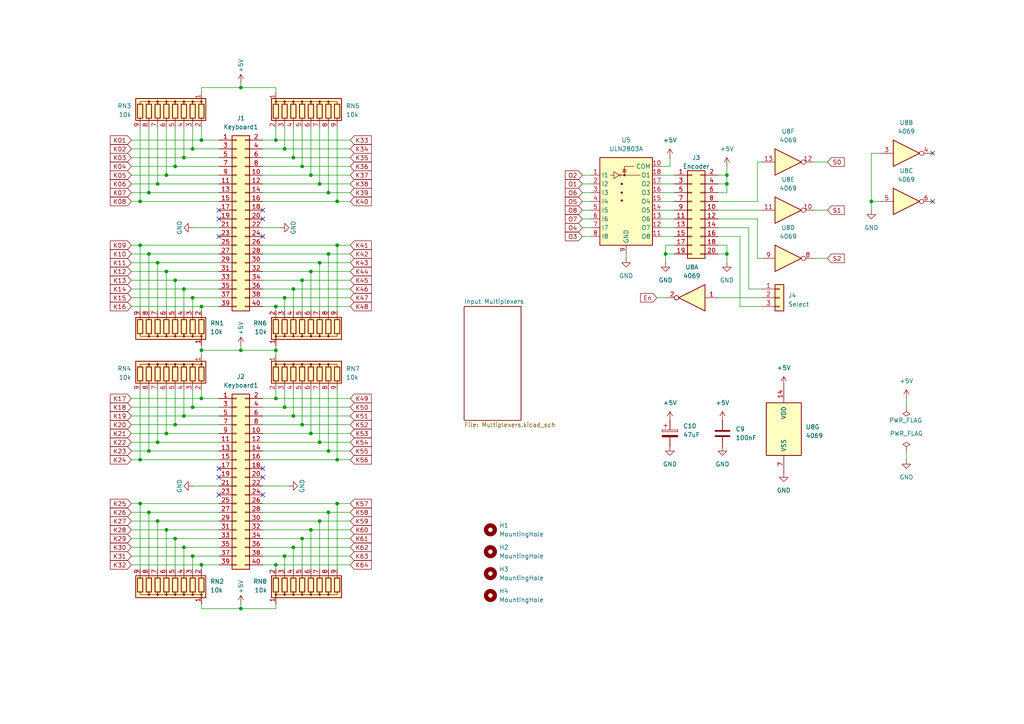
<source format=kicad_sch>
(kicad_sch (version 20231120) (generator "eeschema") (generator_version "8.0")
  (paper "A4")
  (lib_symbols
    (symbol "4xxx:4069" (pin_names (offset 1.016))
      (property "Reference" "U" (at 0 1.27 0))
      (property "Value" "4069" (at 0 -1.27 0))
      (symbol "4069_1_0"
        (pin input line (at -7.62 0 0) (length 3.81) (name "~") (number "1"))
        (pin output inverted (at 7.62 0 180) (length 3.81) (name "~") (number "2"))
      )
      (symbol "4069_2_0"
        (pin input line (at -7.62 0 0) (length 3.81) (name "~") (number "3"))
        (pin output inverted (at 7.62 0 180) (length 3.81) (name "~") (number "4"))
      )
      (symbol "4069_3_0"
        (pin input line (at -7.62 0 0) (length 3.81) (name "~") (number "5"))
        (pin output inverted (at 7.62 0 180) (length 3.81) (name "~") (number "6"))
      )
      (symbol "4069_4_0"
        (pin output inverted (at 7.62 0 180) (length 3.81) (name "~") (number "8"))
        (pin input line (at -7.62 0 0) (length 3.81) (name "~") (number "9"))
      )
      (symbol "4069_5_0"
        (pin output inverted (at 7.62 0 180) (length 3.81) (name "~") (number "10"))
        (pin input line (at -7.62 0 0) (length 3.81) (name "~") (number "11"))
      )
      (symbol "4069_6_0"
        (pin output inverted (at 7.62 0 180) (length 3.81) (name "~") (number "12"))
        (pin input line (at -7.62 0 0) (length 3.81) (name "~") (number "13"))
      )
      (symbol "4069_7_0"
        (pin power_in line (at 0 12.7 270) (length 5.08) (name "VDD") (number "14"))
        (pin power_in line (at 0 -12.7 90) (length 5.08) (name "VSS") (number "7"))
      )
    )
    (symbol "Connector_Generic:Conn_01x03" (pin_names (offset 1.016) hide)
      (property "Reference" "J" (at 0 5.08 0))
      (property "Value" "Conn_01x03" (at 0 -5.08 0))
      (symbol "Conn_01x03_1_1"
        (pin passive line (at -5.08 2.54 0) (length 3.81) (name "Pin_1") (number "1"))
        (pin passive line (at -5.08 0 0) (length 3.81) (name "Pin_2") (number "2"))
        (pin passive line (at -5.08 -2.54 0) (length 3.81) (name "Pin_3") (number "3"))
      )
    )
    (symbol "Connector_Generic:Conn_02x10_Odd_Even" (pin_names (offset 1.016) hide)
      (property "Reference" "J" (at 1.27 12.7 0))
      (property "Value" "Conn_02x10_Odd_Even" (at 1.27 -15.24 0))
      (symbol "Conn_02x10_Odd_Even_1_1"
        (pin passive line (at -5.08 10.16 0) (length 3.81) (name "Pin_1") (number "1"))
        (pin passive line (at 7.62 0 180) (length 3.81) (name "Pin_10") (number "10"))
        (pin passive line (at -5.08 -2.54 0) (length 3.81) (name "Pin_11") (number "11"))
        (pin passive line (at 7.62 -2.54 180) (length 3.81) (name "Pin_12") (number "12"))
        (pin passive line (at -5.08 -5.08 0) (length 3.81) (name "Pin_13") (number "13"))
        (pin passive line (at 7.62 -5.08 180) (length 3.81) (name "Pin_14") (number "14"))
        (pin passive line (at -5.08 -7.62 0) (length 3.81) (name "Pin_15") (number "15"))
        (pin passive line (at 7.62 -7.62 180) (length 3.81) (name "Pin_16") (number "16"))
        (pin passive line (at -5.08 -10.16 0) (length 3.81) (name "Pin_17") (number "17"))
        (pin passive line (at 7.62 -10.16 180) (length 3.81) (name "Pin_18") (number "18"))
        (pin passive line (at -5.08 -12.7 0) (length 3.81) (name "Pin_19") (number "19"))
        (pin passive line (at 7.62 10.16 180) (length 3.81) (name "Pin_2") (number "2"))
        (pin passive line (at 7.62 -12.7 180) (length 3.81) (name "Pin_20") (number "20"))
        (pin passive line (at -5.08 7.62 0) (length 3.81) (name "Pin_3") (number "3"))
        (pin passive line (at 7.62 7.62 180) (length 3.81) (name "Pin_4") (number "4"))
        (pin passive line (at -5.08 5.08 0) (length 3.81) (name "Pin_5") (number "5"))
        (pin passive line (at 7.62 5.08 180) (length 3.81) (name "Pin_6") (number "6"))
        (pin passive line (at -5.08 2.54 0) (length 3.81) (name "Pin_7") (number "7"))
        (pin passive line (at 7.62 2.54 180) (length 3.81) (name "Pin_8") (number "8"))
        (pin passive line (at -5.08 0 0) (length 3.81) (name "Pin_9") (number "9"))
      )
    )
    (symbol "Connector_Generic:Conn_02x20_Odd_Even" (pin_names (offset 1.016) hide)
      (property "Reference" "J" (at 1.27 25.4 0))
      (property "Value" "Conn_02x20_Odd_Even" (at 1.27 -27.94 0))
      (symbol "Conn_02x20_Odd_Even_1_1"
        (pin passive line (at -5.08 22.86 0) (length 3.81) (name "Pin_1") (number "1"))
        (pin passive line (at 7.62 12.7 180) (length 3.81) (name "Pin_10") (number "10"))
        (pin passive line (at -5.08 10.16 0) (length 3.81) (name "Pin_11") (number "11"))
        (pin passive line (at 7.62 10.16 180) (length 3.81) (name "Pin_12") (number "12"))
        (pin passive line (at -5.08 7.62 0) (length 3.81) (name "Pin_13") (number "13"))
        (pin passive line (at 7.62 7.62 180) (length 3.81) (name "Pin_14") (number "14"))
        (pin passive line (at -5.08 5.08 0) (length 3.81) (name "Pin_15") (number "15"))
        (pin passive line (at 7.62 5.08 180) (length 3.81) (name "Pin_16") (number "16"))
        (pin passive line (at -5.08 2.54 0) (length 3.81) (name "Pin_17") (number "17"))
        (pin passive line (at 7.62 2.54 180) (length 3.81) (name "Pin_18") (number "18"))
        (pin passive line (at -5.08 0 0) (length 3.81) (name "Pin_19") (number "19"))
        (pin passive line (at 7.62 22.86 180) (length 3.81) (name "Pin_2") (number "2"))
        (pin passive line (at 7.62 0 180) (length 3.81) (name "Pin_20") (number "20"))
        (pin passive line (at -5.08 -2.54 0) (length 3.81) (name "Pin_21") (number "21"))
        (pin passive line (at 7.62 -2.54 180) (length 3.81) (name "Pin_22") (number "22"))
        (pin passive line (at -5.08 -5.08 0) (length 3.81) (name "Pin_23") (number "23"))
        (pin passive line (at 7.62 -5.08 180) (length 3.81) (name "Pin_24") (number "24"))
        (pin passive line (at -5.08 -7.62 0) (length 3.81) (name "Pin_25") (number "25"))
        (pin passive line (at 7.62 -7.62 180) (length 3.81) (name "Pin_26") (number "26"))
        (pin passive line (at -5.08 -10.16 0) (length 3.81) (name "Pin_27") (number "27"))
        (pin passive line (at 7.62 -10.16 180) (length 3.81) (name "Pin_28") (number "28"))
        (pin passive line (at -5.08 -12.7 0) (length 3.81) (name "Pin_29") (number "29"))
        (pin passive line (at -5.08 20.32 0) (length 3.81) (name "Pin_3") (number "3"))
        (pin passive line (at 7.62 -12.7 180) (length 3.81) (name "Pin_30") (number "30"))
        (pin passive line (at -5.08 -15.24 0) (length 3.81) (name "Pin_31") (number "31"))
        (pin passive line (at 7.62 -15.24 180) (length 3.81) (name "Pin_32") (number "32"))
        (pin passive line (at -5.08 -17.78 0) (length 3.81) (name "Pin_33") (number "33"))
        (pin passive line (at 7.62 -17.78 180) (length 3.81) (name "Pin_34") (number "34"))
        (pin passive line (at -5.08 -20.32 0) (length 3.81) (name "Pin_35") (number "35"))
        (pin passive line (at 7.62 -20.32 180) (length 3.81) (name "Pin_36") (number "36"))
        (pin passive line (at -5.08 -22.86 0) (length 3.81) (name "Pin_37") (number "37"))
        (pin passive line (at 7.62 -22.86 180) (length 3.81) (name "Pin_38") (number "38"))
        (pin passive line (at -5.08 -25.4 0) (length 3.81) (name "Pin_39") (number "39"))
        (pin passive line (at 7.62 20.32 180) (length 3.81) (name "Pin_4") (number "4"))
        (pin passive line (at 7.62 -25.4 180) (length 3.81) (name "Pin_40") (number "40"))
        (pin passive line (at -5.08 17.78 0) (length 3.81) (name "Pin_5") (number "5"))
        (pin passive line (at 7.62 17.78 180) (length 3.81) (name "Pin_6") (number "6"))
        (pin passive line (at -5.08 15.24 0) (length 3.81) (name "Pin_7") (number "7"))
        (pin passive line (at 7.62 15.24 180) (length 3.81) (name "Pin_8") (number "8"))
        (pin passive line (at -5.08 12.7 0) (length 3.81) (name "Pin_9") (number "9"))
      )
    )
    (symbol "Device:C" (pin_numbers hide) (pin_names (offset 0.254))
      (property "Reference" "C" (at 0.635 2.54 0))
      (property "Value" "C" (at 0.635 -2.54 0))
      (symbol "C_1_1"
        (pin passive line (at 0 3.81 270) (length 2.794) (name "~") (number "1"))
        (pin passive line (at 0 -3.81 90) (length 2.794) (name "~") (number "2"))
      )
    )
    (symbol "Device:C_Polarized" (pin_numbers hide) (pin_names (offset 0.254))
      (property "Reference" "C" (at 0.635 2.54 0))
      (property "Value" "C_Polarized" (at 0.635 -2.54 0))
      (symbol "C_Polarized_1_1"
        (pin passive line (at 0 3.81 270) (length 2.794) (name "~") (number "1"))
        (pin passive line (at 0 -3.81 90) (length 2.794) (name "~") (number "2"))
      )
    )
    (symbol "Device:R_Network08" (pin_names (offset 0) hide)
      (property "Reference" "RN" (at -12.7 0 90))
      (property "Value" "R_Network08" (at 10.16 0 90))
      (symbol "R_Network08_1_1"
        (pin passive line (at -10.16 5.08 270) (length 2.54) (name "common") (number "1"))
        (pin passive line (at -10.16 -5.08 90) (length 1.27) (name "R1") (number "2"))
        (pin passive line (at -7.62 -5.08 90) (length 1.27) (name "R2") (number "3"))
        (pin passive line (at -5.08 -5.08 90) (length 1.27) (name "R3") (number "4"))
        (pin passive line (at -2.54 -5.08 90) (length 1.27) (name "R4") (number "5"))
        (pin passive line (at 0 -5.08 90) (length 1.27) (name "R5") (number "6"))
        (pin passive line (at 2.54 -5.08 90) (length 1.27) (name "R6") (number "7"))
        (pin passive line (at 5.08 -5.08 90) (length 1.27) (name "R7") (number "8"))
        (pin passive line (at 7.62 -5.08 90) (length 1.27) (name "R8") (number "9"))
      )
    )
    (symbol "Mechanical:MountingHole" (pin_names (offset 1.016))
      (property "Reference" "H" (at 0 5.08 0))
      (property "Value" "MountingHole" (at 0 3.175 0))
    )
    (symbol "Transistor_Array:ULN2803A"
      (property "Reference" "U" (at 0 13.335 0))
      (property "Value" "ULN2803A" (at 0 11.43 0))
      (symbol "ULN2803A_1_1"
        (pin input line (at -10.16 5.08 0) (length 2.54) (name "I1") (number "1"))
        (pin passive line (at 10.16 7.62 180) (length 2.54) (name "COM") (number "10"))
        (pin open_collector line (at 10.16 -12.7 180) (length 2.54) (name "O8") (number "11"))
        (pin open_collector line (at 10.16 -10.16 180) (length 2.54) (name "O7") (number "12"))
        (pin open_collector line (at 10.16 -7.62 180) (length 2.54) (name "O6") (number "13"))
        (pin open_collector line (at 10.16 -5.08 180) (length 2.54) (name "O5") (number "14"))
        (pin open_collector line (at 10.16 -2.54 180) (length 2.54) (name "O4") (number "15"))
        (pin open_collector line (at 10.16 0 180) (length 2.54) (name "O3") (number "16"))
        (pin open_collector line (at 10.16 2.54 180) (length 2.54) (name "O2") (number "17"))
        (pin open_collector line (at 10.16 5.08 180) (length 2.54) (name "O1") (number "18"))
        (pin input line (at -10.16 2.54 0) (length 2.54) (name "I2") (number "2"))
        (pin input line (at -10.16 0 0) (length 2.54) (name "I3") (number "3"))
        (pin input line (at -10.16 -2.54 0) (length 2.54) (name "I4") (number "4"))
        (pin input line (at -10.16 -5.08 0) (length 2.54) (name "I5") (number "5"))
        (pin input line (at -10.16 -7.62 0) (length 2.54) (name "I6") (number "6"))
        (pin input line (at -10.16 -10.16 0) (length 2.54) (name "I7") (number "7"))
        (pin input line (at -10.16 -12.7 0) (length 2.54) (name "I8") (number "8"))
        (pin power_in line (at 0 -17.78 90) (length 2.54) (name "GND") (number "9"))
      )
    )
    (symbol "power:+5V" (power) (pin_numbers hide) (pin_names (offset 0) hide)
      (property "Value" "+5V" (at 0 3.556 0))
      (symbol "+5V_1_1"
        (pin power_in line (at 0 0 90) (length 0) (name "~") (number "1"))
      )
    )
    (symbol "power:GND" (power) (pin_numbers hide) (pin_names (offset 0) hide)
      (property "Value" "GND" (at 0 -3.81 0))
      (symbol "GND_1_1"
        (pin power_in line (at 0 0 270) (length 0) (name "~") (number "1"))
      )
    )
    (symbol "power:PWR_FLAG" (power) (pin_numbers hide) (pin_names (offset 0) hide)
      (property "Value" "PWR_FLAG" (at 0 3.81 0))
      (symbol "PWR_FLAG_0_0"
        (pin power_out line (at 0 0 90) (length 0) (name "~") (number "1"))
      )
    )
  )
  (junction (at 55.88 43.18))
  (junction (at 82.55 118.11))
  (junction (at 53.34 158.75))
  (junction (at 45.72 53.34))
  (junction (at 82.55 86.36))
  (junction (at 90.17 78.74))
  (junction (at 40.64 71.12))
  (junction (at 58.42 163.83))
  (junction (at 85.09 45.72))
  (junction (at 85.09 83.82))
  (junction (at 97.79 71.12))
  (junction (at 210.82 50.8))
  (junction (at 50.8 48.26))
  (junction (at 53.34 83.82))
  (junction (at 50.8 123.19))
  (junction (at 43.18 148.59))
  (junction (at 58.42 115.57))
  (junction (at 45.72 76.2))
  (junction (at 58.42 40.64))
  (junction (at 55.88 86.36))
  (junction (at 92.71 53.34))
  (junction (at 80.01 101.6))
  (junction (at 87.63 48.26))
  (junction (at 87.63 123.19))
  (junction (at 48.26 153.67))
  (junction (at 58.42 88.9))
  (junction (at 55.88 118.11))
  (junction (at 97.79 146.05))
  (junction (at 48.26 50.8))
  (junction (at 53.34 45.72))
  (junction (at 69.85 176.53))
  (junction (at 82.55 43.18))
  (junction (at 92.71 76.2))
  (junction (at 50.8 81.28))
  (junction (at 92.71 128.27))
  (junction (at 95.25 73.66))
  (junction (at 48.26 125.73))
  (junction (at 97.79 133.35))
  (junction (at 43.18 55.88))
  (junction (at 43.18 73.66))
  (junction (at 95.25 130.81))
  (junction (at 85.09 120.65))
  (junction (at 40.64 133.35))
  (junction (at 92.71 151.13))
  (junction (at 193.04 73.66))
  (junction (at 80.01 40.64))
  (junction (at 40.64 58.42))
  (junction (at 50.8 156.21))
  (junction (at 80.01 88.9))
  (junction (at 45.72 128.27))
  (junction (at 90.17 153.67))
  (junction (at 55.88 161.29))
  (junction (at 58.42 101.6))
  (junction (at 40.64 146.05))
  (junction (at 90.17 50.8))
  (junction (at 85.09 158.75))
  (junction (at 95.25 55.88))
  (junction (at 43.18 130.81))
  (junction (at 95.25 148.59))
  (junction (at 69.85 101.6))
  (junction (at 252.73 58.42))
  (junction (at 82.55 161.29))
  (junction (at 210.82 53.34))
  (junction (at 80.01 115.57))
  (junction (at 45.72 151.13))
  (junction (at 53.34 120.65))
  (junction (at 87.63 81.28))
  (junction (at 90.17 125.73))
  (junction (at 210.82 73.66))
  (junction (at 97.79 58.42))
  (junction (at 69.85 25.4))
  (junction (at 87.63 156.21))
  (junction (at 80.01 163.83))
  (junction (at 48.26 78.74))
  (no_connect (at 270.51 58.42))
  (no_connect (at 63.5 135.89))
  (no_connect (at 63.5 68.58))
  (no_connect (at 63.5 138.43))
  (no_connect (at 63.5 63.5))
  (no_connect (at 76.2 68.58))
  (no_connect (at 76.2 138.43))
  (no_connect (at 63.5 60.96))
  (no_connect (at 63.5 143.51))
  (no_connect (at 76.2 63.5))
  (no_connect (at 270.51 44.45))
  (no_connect (at 76.2 143.51))
  (no_connect (at 76.2 135.89))
  (no_connect (at 76.2 60.96))
  (wire (pts (xy 95.25 148.59) (xy 101.6 148.59)))
  (wire (pts (xy 236.22 60.96) (xy 240.03 60.96)))
  (wire (pts (xy 58.42 176.53) (xy 69.85 176.53)))
  (wire (pts (xy 82.55 86.36) (xy 82.55 90.17)))
  (wire (pts (xy 193.04 71.12) (xy 195.58 71.12)))
  (wire (pts (xy 80.01 88.9) (xy 101.6 88.9)))
  (wire (pts (xy 63.5 130.81) (xy 43.18 130.81)))
  (wire (pts (xy 69.85 176.53) (xy 80.01 176.53)))
  (wire (pts (xy 90.17 125.73) (xy 101.6 125.73)))
  (wire (pts (xy 38.1 161.29) (xy 55.88 161.29)))
  (wire (pts (xy 92.71 76.2) (xy 92.71 90.17)))
  (wire (pts (xy 38.1 118.11) (xy 55.88 118.11)))
  (wire (pts (xy 92.71 151.13) (xy 101.6 151.13)))
  (wire (pts (xy 40.64 90.17) (xy 40.64 71.12)))
  (wire (pts (xy 55.88 66.04) (xy 63.5 66.04)))
  (wire (pts (xy 90.17 36.83) (xy 90.17 50.8)))
  (wire (pts (xy 63.5 118.11) (xy 55.88 118.11)))
  (wire (pts (xy 38.1 50.8) (xy 48.26 50.8)))
  (wire (pts (xy 208.28 50.8) (xy 210.82 50.8)))
  (wire (pts (xy 38.1 151.13) (xy 45.72 151.13)))
  (wire (pts (xy 90.17 78.74) (xy 76.2 78.74)))
  (wire (pts (xy 87.63 81.28) (xy 101.6 81.28)))
  (wire (pts (xy 208.28 71.12) (xy 210.82 71.12)))
  (wire (pts (xy 168.91 58.42) (xy 171.45 58.42)))
  (wire (pts (xy 38.1 81.28) (xy 50.8 81.28)))
  (wire (pts (xy 69.85 25.4) (xy 80.01 25.4)))
  (wire (pts (xy 90.17 90.17) (xy 90.17 78.74)))
  (wire (pts (xy 48.26 165.1) (xy 48.26 153.67)))
  (wire (pts (xy 208.28 55.88) (xy 210.82 55.88)))
  (wire (pts (xy 55.88 118.11) (xy 55.88 113.03)))
  (wire (pts (xy 38.1 73.66) (xy 43.18 73.66)))
  (wire (pts (xy 69.85 176.53) (xy 69.85 175.26)))
  (wire (pts (xy 82.55 113.03) (xy 82.55 118.11)))
  (wire (pts (xy 58.42 88.9) (xy 63.5 88.9)))
  (wire (pts (xy 168.91 66.04) (xy 171.45 66.04)))
  (wire (pts (xy 92.71 151.13) (xy 92.71 165.1)))
  (wire (pts (xy 76.2 53.34) (xy 92.71 53.34)))
  (wire (pts (xy 101.6 118.11) (xy 82.55 118.11)))
  (wire (pts (xy 76.2 128.27) (xy 92.71 128.27)))
  (wire (pts (xy 45.72 128.27) (xy 45.72 113.03)))
  (wire (pts (xy 45.72 151.13) (xy 63.5 151.13)))
  (wire (pts (xy 55.88 43.18) (xy 55.88 36.83)))
  (wire (pts (xy 87.63 123.19) (xy 87.63 113.03)))
  (wire (pts (xy 90.17 165.1) (xy 90.17 153.67)))
  (wire (pts (xy 55.88 86.36) (xy 63.5 86.36)))
  (wire (pts (xy 55.88 90.17) (xy 55.88 86.36)))
  (wire (pts (xy 101.6 55.88) (xy 95.25 55.88)))
  (wire (pts (xy 38.1 125.73) (xy 48.26 125.73)))
  (wire (pts (xy 40.64 133.35) (xy 40.64 113.03)))
  (wire (pts (xy 76.2 120.65) (xy 85.09 120.65)))
  (wire (pts (xy 63.5 53.34) (xy 45.72 53.34)))
  (wire (pts (xy 85.09 83.82) (xy 76.2 83.82)))
  (wire (pts (xy 252.73 44.45) (xy 255.27 44.45)))
  (wire (pts (xy 210.82 53.34) (xy 210.82 50.8)))
  (wire (pts (xy 38.1 130.81) (xy 43.18 130.81)))
  (wire (pts (xy 76.2 161.29) (xy 82.55 161.29)))
  (wire (pts (xy 63.5 55.88) (xy 43.18 55.88)))
  (wire (pts (xy 53.34 165.1) (xy 53.34 158.75)))
  (wire (pts (xy 191.77 50.8) (xy 195.58 50.8)))
  (wire (pts (xy 193.04 73.66) (xy 193.04 71.12)))
  (wire (pts (xy 95.25 73.66) (xy 76.2 73.66)))
  (wire (pts (xy 214.63 68.58) (xy 214.63 88.9)))
  (wire (pts (xy 87.63 156.21) (xy 87.63 165.1)))
  (wire (pts (xy 38.1 88.9) (xy 58.42 88.9)))
  (wire (pts (xy 262.89 115.57) (xy 262.89 118.11)))
  (wire (pts (xy 63.5 125.73) (xy 48.26 125.73)))
  (wire (pts (xy 210.82 55.88) (xy 210.82 53.34)))
  (wire (pts (xy 85.09 120.65) (xy 101.6 120.65)))
  (wire (pts (xy 97.79 58.42) (xy 97.79 36.83)))
  (wire (pts (xy 53.34 45.72) (xy 53.34 36.83)))
  (wire (pts (xy 43.18 130.81) (xy 43.18 113.03)))
  (wire (pts (xy 97.79 146.05) (xy 101.6 146.05)))
  (wire (pts (xy 43.18 148.59) (xy 63.5 148.59)))
  (wire (pts (xy 58.42 176.53) (xy 58.42 175.26)))
  (wire (pts (xy 168.91 55.88) (xy 171.45 55.88)))
  (wire (pts (xy 63.5 115.57) (xy 58.42 115.57)))
  (wire (pts (xy 76.2 45.72) (xy 85.09 45.72)))
  (wire (pts (xy 217.17 83.82) (xy 220.98 83.82)))
  (wire (pts (xy 55.88 140.97) (xy 63.5 140.97)))
  (wire (pts (xy 76.2 123.19) (xy 87.63 123.19)))
  (wire (pts (xy 80.01 175.26) (xy 80.01 176.53)))
  (wire (pts (xy 217.17 66.04) (xy 217.17 83.82)))
  (wire (pts (xy 87.63 81.28) (xy 87.63 90.17)))
  (wire (pts (xy 95.25 90.17) (xy 95.25 73.66)))
  (wire (pts (xy 48.26 78.74) (xy 63.5 78.74)))
  (wire (pts (xy 236.22 74.93) (xy 240.03 74.93)))
  (wire (pts (xy 40.64 165.1) (xy 40.64 146.05)))
  (wire (pts (xy 97.79 146.05) (xy 97.79 165.1)))
  (wire (pts (xy 69.85 101.6) (xy 80.01 101.6)))
  (wire (pts (xy 76.2 158.75) (xy 85.09 158.75)))
  (wire (pts (xy 208.28 60.96) (xy 220.98 60.96)))
  (wire (pts (xy 76.2 50.8) (xy 90.17 50.8)))
  (wire (pts (xy 80.01 163.83) (xy 101.6 163.83)))
  (wire (pts (xy 55.88 161.29) (xy 63.5 161.29)))
  (wire (pts (xy 168.91 68.58) (xy 171.45 68.58)))
  (wire (pts (xy 80.01 115.57) (xy 80.01 113.03)))
  (wire (pts (xy 38.1 146.05) (xy 40.64 146.05)))
  (wire (pts (xy 76.2 71.12) (xy 97.79 71.12)))
  (wire (pts (xy 90.17 153.67) (xy 101.6 153.67)))
  (wire (pts (xy 87.63 156.21) (xy 101.6 156.21)))
  (wire (pts (xy 63.5 50.8) (xy 48.26 50.8)))
  (wire (pts (xy 48.26 125.73) (xy 48.26 113.03)))
  (wire (pts (xy 87.63 48.26) (xy 101.6 48.26)))
  (wire (pts (xy 168.91 63.5) (xy 171.45 63.5)))
  (wire (pts (xy 210.82 71.12) (xy 210.82 73.66)))
  (wire (pts (xy 76.2 81.28) (xy 87.63 81.28)))
  (wire (pts (xy 76.2 115.57) (xy 80.01 115.57)))
  (wire (pts (xy 208.28 63.5) (xy 219.71 63.5)))
  (wire (pts (xy 92.71 53.34) (xy 101.6 53.34)))
  (wire (pts (xy 85.09 165.1) (xy 85.09 158.75)))
  (wire (pts (xy 87.63 123.19) (xy 101.6 123.19)))
  (wire (pts (xy 80.01 90.17) (xy 80.01 88.9)))
  (wire (pts (xy 82.55 43.18) (xy 82.55 36.83)))
  (wire (pts (xy 48.26 153.67) (xy 63.5 153.67)))
  (wire (pts (xy 76.2 58.42) (xy 97.79 58.42)))
  (wire (pts (xy 95.25 55.88) (xy 76.2 55.88)))
  (wire (pts (xy 76.2 48.26) (xy 87.63 48.26)))
  (wire (pts (xy 76.2 43.18) (xy 82.55 43.18)))
  (wire (pts (xy 50.8 81.28) (xy 63.5 81.28)))
  (wire (pts (xy 97.79 133.35) (xy 101.6 133.35)))
  (wire (pts (xy 80.01 115.57) (xy 101.6 115.57)))
  (wire (pts (xy 58.42 165.1) (xy 58.42 163.83)))
  (wire (pts (xy 38.1 78.74) (xy 48.26 78.74)))
  (wire (pts (xy 191.77 66.04) (xy 195.58 66.04)))
  (wire (pts (xy 43.18 73.66) (xy 63.5 73.66)))
  (wire (pts (xy 191.77 68.58) (xy 195.58 68.58)))
  (wire (pts (xy 76.2 66.04) (xy 81.28 66.04)))
  (wire (pts (xy 76.2 153.67) (xy 90.17 153.67)))
  (wire (pts (xy 193.04 73.66) (xy 195.58 73.66)))
  (wire (pts (xy 63.5 48.26) (xy 50.8 48.26)))
  (wire (pts (xy 97.79 71.12) (xy 97.79 90.17)))
  (wire (pts (xy 252.73 60.96) (xy 252.73 58.42)))
  (wire (pts (xy 38.1 163.83) (xy 58.42 163.83)))
  (wire (pts (xy 80.01 40.64) (xy 80.01 36.83)))
  (wire (pts (xy 92.71 128.27) (xy 92.71 113.03)))
  (wire (pts (xy 191.77 58.42) (xy 195.58 58.42)))
  (wire (pts (xy 38.1 153.67) (xy 48.26 153.67)))
  (wire (pts (xy 38.1 45.72) (xy 53.34 45.72)))
  (wire (pts (xy 76.2 163.83) (xy 80.01 163.83)))
  (wire (pts (xy 55.88 165.1) (xy 55.88 161.29)))
  (wire (pts (xy 80.01 88.9) (xy 76.2 88.9)))
  (wire (pts (xy 38.1 115.57) (xy 58.42 115.57)))
  (wire (pts (xy 90.17 113.03) (xy 90.17 125.73)))
  (wire (pts (xy 38.1 128.27) (xy 45.72 128.27)))
  (wire (pts (xy 76.2 86.36) (xy 82.55 86.36)))
  (wire (pts (xy 82.55 43.18) (xy 101.6 43.18)))
  (wire (pts (xy 80.01 101.6) (xy 80.01 102.87)))
  (wire (pts (xy 63.5 128.27) (xy 45.72 128.27)))
  (wire (pts (xy 76.2 156.21) (xy 87.63 156.21)))
  (wire (pts (xy 92.71 53.34) (xy 92.71 36.83)))
  (wire (pts (xy 50.8 165.1) (xy 50.8 156.21)))
  (wire (pts (xy 38.1 156.21) (xy 50.8 156.21)))
  (wire (pts (xy 95.25 113.03) (xy 95.25 130.81)))
  (wire (pts (xy 38.1 48.26) (xy 50.8 48.26)))
  (wire (pts (xy 48.26 90.17) (xy 48.26 78.74)))
  (wire (pts (xy 40.64 146.05) (xy 63.5 146.05)))
  (wire (pts (xy 90.17 50.8) (xy 101.6 50.8)))
  (wire (pts (xy 63.5 45.72) (xy 53.34 45.72)))
  (wire (pts (xy 38.1 71.12) (xy 40.64 71.12)))
  (wire (pts (xy 53.34 120.65) (xy 53.34 113.03)))
  (wire (pts (xy 208.28 53.34) (xy 210.82 53.34)))
  (wire (pts (xy 63.5 133.35) (xy 40.64 133.35)))
  (wire (pts (xy 95.25 36.83) (xy 95.25 55.88)))
  (wire (pts (xy 63.5 43.18) (xy 55.88 43.18)))
  (wire (pts (xy 190.5 86.36) (xy 193.04 86.36)))
  (wire (pts (xy 38.1 58.42) (xy 40.64 58.42)))
  (wire (pts (xy 168.91 50.8) (xy 171.45 50.8)))
  (wire (pts (xy 219.71 63.5) (xy 219.71 74.93)))
  (wire (pts (xy 219.71 58.42) (xy 208.28 58.42)))
  (wire (pts (xy 76.2 76.2) (xy 92.71 76.2)))
  (wire (pts (xy 58.42 163.83) (xy 63.5 163.83)))
  (wire (pts (xy 80.01 101.6) (xy 80.01 100.33)))
  (wire (pts (xy 191.77 60.96) (xy 195.58 60.96)))
  (wire (pts (xy 76.2 40.64) (xy 80.01 40.64)))
  (wire (pts (xy 76.2 140.97) (xy 83.82 140.97)))
  (wire (pts (xy 48.26 50.8) (xy 48.26 36.83)))
  (wire (pts (xy 38.1 86.36) (xy 55.88 86.36)))
  (wire (pts (xy 97.79 133.35) (xy 97.79 113.03)))
  (wire (pts (xy 38.1 133.35) (xy 40.64 133.35)))
  (wire (pts (xy 50.8 113.03) (xy 50.8 123.19)))
  (wire (pts (xy 45.72 53.34) (xy 45.72 36.83)))
  (wire (pts (xy 168.91 53.34) (xy 171.45 53.34)))
  (wire (pts (xy 76.2 151.13) (xy 92.71 151.13)))
  (wire (pts (xy 252.73 58.42) (xy 252.73 44.45)))
  (wire (pts (xy 76.2 146.05) (xy 97.79 146.05)))
  (wire (pts (xy 208.28 68.58) (xy 214.63 68.58)))
  (wire (pts (xy 219.71 46.99) (xy 219.71 58.42)))
  (wire (pts (xy 191.77 53.34) (xy 195.58 53.34)))
  (wire (pts (xy 194.31 48.26) (xy 191.77 48.26)))
  (wire (pts (xy 208.28 86.36) (xy 220.98 86.36)))
  (wire (pts (xy 82.55 161.29) (xy 101.6 161.29)))
  (wire (pts (xy 40.64 58.42) (xy 40.64 36.83)))
  (wire (pts (xy 80.01 165.1) (xy 80.01 163.83)))
  (wire (pts (xy 38.1 55.88) (xy 43.18 55.88)))
  (wire (pts (xy 82.55 161.29) (xy 82.55 165.1)))
  (wire (pts (xy 76.2 118.11) (xy 82.55 118.11)))
  (wire (pts (xy 38.1 40.64) (xy 58.42 40.64)))
  (wire (pts (xy 43.18 165.1) (xy 43.18 148.59)))
  (wire (pts (xy 45.72 165.1) (xy 45.72 151.13)))
  (wire (pts (xy 97.79 71.12) (xy 101.6 71.12)))
  (wire (pts (xy 76.2 133.35) (xy 97.79 133.35)))
  (wire (pts (xy 40.64 71.12) (xy 63.5 71.12)))
  (wire (pts (xy 85.09 45.72) (xy 85.09 36.83)))
  (wire (pts (xy 43.18 55.88) (xy 43.18 36.83)))
  (wire (pts (xy 262.89 130.81) (xy 262.89 133.35)))
  (wire (pts (xy 82.55 86.36) (xy 101.6 86.36)))
  (wire (pts (xy 92.71 128.27) (xy 101.6 128.27)))
  (wire (pts (xy 80.01 40.64) (xy 101.6 40.64)))
  (wire (pts (xy 95.25 130.81) (xy 76.2 130.81)))
  (wire (pts (xy 85.09 90.17) (xy 85.09 83.82)))
  (wire (pts (xy 76.2 125.73) (xy 90.17 125.73)))
  (wire (pts (xy 53.34 90.17) (xy 53.34 83.82)))
  (wire (pts (xy 58.42 25.4) (xy 69.85 25.4)))
  (wire (pts (xy 58.42 100.33) (xy 58.42 101.6)))
  (wire (pts (xy 58.42 101.6) (xy 58.42 102.87)))
  (wire (pts (xy 38.1 83.82) (xy 53.34 83.82)))
  (wire (pts (xy 168.91 60.96) (xy 171.45 60.96)))
  (wire (pts (xy 219.71 74.93) (xy 220.98 74.93)))
  (wire (pts (xy 95.25 130.81) (xy 101.6 130.81)))
  (wire (pts (xy 194.31 45.72) (xy 194.31 48.26)))
  (wire (pts (xy 58.42 90.17) (xy 58.42 88.9)))
  (wire (pts (xy 85.09 45.72) (xy 101.6 45.72)))
  (wire (pts (xy 38.1 53.34) (xy 45.72 53.34)))
  (wire (pts (xy 80.01 25.4) (xy 80.01 26.67)))
  (wire (pts (xy 63.5 40.64) (xy 58.42 40.64)))
  (wire (pts (xy 38.1 76.2) (xy 45.72 76.2)))
  (wire (pts (xy 95.25 165.1) (xy 95.25 148.59)))
  (wire (pts (xy 69.85 100.33) (xy 69.85 101.6)))
  (wire (pts (xy 208.28 73.66) (xy 210.82 73.66)))
  (wire (pts (xy 97.79 58.42) (xy 101.6 58.42)))
  (wire (pts (xy 58.42 101.6) (xy 69.85 101.6)))
  (wire (pts (xy 87.63 48.26) (xy 87.63 36.83)))
  (wire (pts (xy 45.72 90.17) (xy 45.72 76.2)))
  (wire (pts (xy 50.8 156.21) (xy 63.5 156.21)))
  (wire (pts (xy 38.1 43.18) (xy 55.88 43.18)))
  (wire (pts (xy 85.09 120.65) (xy 85.09 113.03)))
  (wire (pts (xy 38.1 158.75) (xy 53.34 158.75)))
  (wire (pts (xy 58.42 25.4) (xy 58.42 26.67)))
  (wire (pts (xy 210.82 50.8) (xy 210.82 48.26)))
  (wire (pts (xy 92.71 76.2) (xy 101.6 76.2)))
  (wire (pts (xy 252.73 58.42) (xy 255.27 58.42)))
  (wire (pts (xy 53.34 83.82) (xy 63.5 83.82)))
  (wire (pts (xy 38.1 148.59) (xy 43.18 148.59)))
  (wire (pts (xy 90.17 78.74) (xy 101.6 78.74)))
  (wire (pts (xy 43.18 90.17) (xy 43.18 73.66)))
  (wire (pts (xy 53.34 158.75) (xy 63.5 158.75)))
  (wire (pts (xy 76.2 148.59) (xy 95.25 148.59)))
  (wire (pts (xy 193.04 76.2) (xy 193.04 73.66)))
  (wire (pts (xy 58.42 40.64) (xy 58.42 36.83)))
  (wire (pts (xy 63.5 120.65) (xy 53.34 120.65)))
  (wire (pts (xy 95.25 73.66) (xy 101.6 73.66)))
  (wire (pts (xy 45.72 76.2) (xy 63.5 76.2)))
  (wire (pts (xy 85.09 158.75) (xy 101.6 158.75)))
  (wire (pts (xy 181.61 73.66) (xy 181.61 74.93)))
  (wire (pts (xy 210.82 73.66) (xy 210.82 76.2)))
  (wire (pts (xy 63.5 58.42) (xy 40.64 58.42)))
  (wire (pts (xy 191.77 55.88) (xy 195.58 55.88)))
  (wire (pts (xy 38.1 120.65) (xy 53.34 120.65)))
  (wire (pts (xy 191.77 63.5) (xy 195.58 63.5)))
  (wire (pts (xy 50.8 90.17) (xy 50.8 81.28)))
  (wire (pts (xy 50.8 36.83) (xy 50.8 48.26)))
  (wire (pts (xy 63.5 123.19) (xy 50.8 123.19)))
  (wire (pts (xy 38.1 123.19) (xy 50.8 123.19)))
  (wire (pts (xy 214.63 88.9) (xy 220.98 88.9)))
  (wire (pts (xy 208.28 66.04) (xy 217.17 66.04)))
  (wire (pts (xy 69.85 25.4) (xy 69.85 24.13)))
  (wire (pts (xy 219.71 46.99) (xy 220.98 46.99)))
  (wire (pts (xy 85.09 83.82) (xy 101.6 83.82)))
  (wire (pts (xy 236.22 46.99) (xy 240.03 46.99)))
  (wire (pts (xy 58.42 115.57) (xy 58.42 113.03)))
  (global_label "K47" (shape input) (at 101.6 86.36 0) (property "Intersheetrefs" "${INTERSHEET_REFS}" (effects (hide yes))))
  (global_label "K11" (shape input) (at 38.1 76.2 180) (property "Intersheetrefs" "${INTERSHEET_REFS}" (effects (hide yes))))
  (global_label "K27" (shape input) (at 38.1 151.13 180) (property "Intersheetrefs" "${INTERSHEET_REFS}" (effects (hide yes))))
  (global_label "K05" (shape input) (at 38.1 50.8 180) (property "Intersheetrefs" "${INTERSHEET_REFS}" (effects (hide yes))))
  (global_label "O2" (shape input) (at 168.91 50.8 180) (property "Intersheetrefs" "${INTERSHEET_REFS}" (effects (hide yes))))
  (global_label "O3" (shape input) (at 168.91 68.58 180) (property "Intersheetrefs" "${INTERSHEET_REFS}" (effects (hide yes))))
  (global_label "K53" (shape input) (at 101.6 125.73 0) (property "Intersheetrefs" "${INTERSHEET_REFS}" (effects (hide yes))))
  (global_label "K61" (shape input) (at 101.6 156.21 0) (property "Intersheetrefs" "${INTERSHEET_REFS}" (effects (hide yes))))
  (global_label "K02" (shape input) (at 38.1 43.18 180) (property "Intersheetrefs" "${INTERSHEET_REFS}" (effects (hide yes))))
  (global_label "K16" (shape input) (at 38.1 88.9 180) (property "Intersheetrefs" "${INTERSHEET_REFS}" (effects (hide yes))))
  (global_label "O1" (shape input) (at 168.91 53.34 180) (property "Intersheetrefs" "${INTERSHEET_REFS}" (effects (hide yes))))
  (global_label "K46" (shape input) (at 101.6 83.82 0) (property "Intersheetrefs" "${INTERSHEET_REFS}" (effects (hide yes))))
  (global_label "K23" (shape input) (at 38.1 130.81 180) (property "Intersheetrefs" "${INTERSHEET_REFS}" (effects (hide yes))))
  (global_label "K38" (shape input) (at 101.6 53.34 0) (property "Intersheetrefs" "${INTERSHEET_REFS}" (effects (hide yes))))
  (global_label "O4" (shape input) (at 168.91 66.04 180) (property "Intersheetrefs" "${INTERSHEET_REFS}" (effects (hide yes))))
  (global_label "K04" (shape input) (at 38.1 48.26 180) (property "Intersheetrefs" "${INTERSHEET_REFS}" (effects (hide yes))))
  (global_label "K24" (shape input) (at 38.1 133.35 180) (property "Intersheetrefs" "${INTERSHEET_REFS}" (effects (hide yes))))
  (global_label "K45" (shape input) (at 101.6 81.28 0) (property "Intersheetrefs" "${INTERSHEET_REFS}" (effects (hide yes))))
  (global_label "S1" (shape input) (at 240.03 60.96 0) (property "Intersheetrefs" "${INTERSHEET_REFS}" (effects (hide yes))))
  (global_label "K01" (shape input) (at 38.1 40.64 180) (property "Intersheetrefs" "${INTERSHEET_REFS}" (effects (hide yes))))
  (global_label "K62" (shape input) (at 101.6 158.75 0) (property "Intersheetrefs" "${INTERSHEET_REFS}" (effects (hide yes))))
  (global_label "K13" (shape input) (at 38.1 81.28 180) (property "Intersheetrefs" "${INTERSHEET_REFS}" (effects (hide yes))))
  (global_label "K56" (shape input) (at 101.6 133.35 0) (property "Intersheetrefs" "${INTERSHEET_REFS}" (effects (hide yes))))
  (global_label "K50" (shape input) (at 101.6 118.11 0) (property "Intersheetrefs" "${INTERSHEET_REFS}" (effects (hide yes))))
  (global_label "S0" (shape input) (at 240.03 46.99 0) (property "Intersheetrefs" "${INTERSHEET_REFS}" (effects (hide yes))))
  (global_label "O7" (shape input) (at 168.91 63.5 180) (property "Intersheetrefs" "${INTERSHEET_REFS}" (effects (hide yes))))
  (global_label "K39" (shape input) (at 101.6 55.88 0) (property "Intersheetrefs" "${INTERSHEET_REFS}" (effects (hide yes))))
  (global_label "K14" (shape input) (at 38.1 83.82 180) (property "Intersheetrefs" "${INTERSHEET_REFS}" (effects (hide yes))))
  (global_label "K17" (shape input) (at 38.1 115.57 180) (property "Intersheetrefs" "${INTERSHEET_REFS}" (effects (hide yes))))
  (global_label "K42" (shape input) (at 101.6 73.66 0) (property "Intersheetrefs" "${INTERSHEET_REFS}" (effects (hide yes))))
  (global_label "K57" (shape input) (at 101.6 146.05 0) (property "Intersheetrefs" "${INTERSHEET_REFS}" (effects (hide yes))))
  (global_label "K36" (shape input) (at 101.6 48.26 0) (property "Intersheetrefs" "${INTERSHEET_REFS}" (effects (hide yes))))
  (global_label "K63" (shape input) (at 101.6 161.29 0) (property "Intersheetrefs" "${INTERSHEET_REFS}" (effects (hide yes))))
  (global_label "K43" (shape input) (at 101.6 76.2 0) (property "Intersheetrefs" "${INTERSHEET_REFS}" (effects (hide yes))))
  (global_label "O5" (shape input) (at 168.91 58.42 180) (property "Intersheetrefs" "${INTERSHEET_REFS}" (effects (hide yes))))
  (global_label "K32" (shape input) (at 38.1 163.83 180) (property "Intersheetrefs" "${INTERSHEET_REFS}" (effects (hide yes))))
  (global_label "O8" (shape input) (at 168.91 60.96 180) (property "Intersheetrefs" "${INTERSHEET_REFS}" (effects (hide yes))))
  (global_label "K21" (shape input) (at 38.1 125.73 180) (property "Intersheetrefs" "${INTERSHEET_REFS}" (effects (hide yes))))
  (global_label "K37" (shape input) (at 101.6 50.8 0) (property "Intersheetrefs" "${INTERSHEET_REFS}" (effects (hide yes))))
  (global_label "K07" (shape input) (at 38.1 55.88 180) (property "Intersheetrefs" "${INTERSHEET_REFS}" (effects (hide yes))))
  (global_label "K31" (shape input) (at 38.1 161.29 180) (property "Intersheetrefs" "${INTERSHEET_REFS}" (effects (hide yes))))
  (global_label "K35" (shape input) (at 101.6 45.72 0) (property "Intersheetrefs" "${INTERSHEET_REFS}" (effects (hide yes))))
  (global_label "K34" (shape input) (at 101.6 43.18 0) (property "Intersheetrefs" "${INTERSHEET_REFS}" (effects (hide yes))))
  (global_label "K51" (shape input) (at 101.6 120.65 0) (property "Intersheetrefs" "${INTERSHEET_REFS}" (effects (hide yes))))
  (global_label "K40" (shape input) (at 101.6 58.42 0) (property "Intersheetrefs" "${INTERSHEET_REFS}" (effects (hide yes))))
  (global_label "K28" (shape input) (at 38.1 153.67 180) (property "Intersheetrefs" "${INTERSHEET_REFS}" (effects (hide yes))))
  (global_label "K20" (shape input) (at 38.1 123.19 180) (property "Intersheetrefs" "${INTERSHEET_REFS}" (effects (hide yes))))
  (global_label "K59" (shape input) (at 101.6 151.13 0) (property "Intersheetrefs" "${INTERSHEET_REFS}" (effects (hide yes))))
  (global_label "K55" (shape input) (at 101.6 130.81 0) (property "Intersheetrefs" "${INTERSHEET_REFS}" (effects (hide yes))))
  (global_label "K44" (shape input) (at 101.6 78.74 0) (property "Intersheetrefs" "${INTERSHEET_REFS}" (effects (hide yes))))
  (global_label "K19" (shape input) (at 38.1 120.65 180) (property "Intersheetrefs" "${INTERSHEET_REFS}" (effects (hide yes))))
  (global_label "K10" (shape input) (at 38.1 73.66 180) (property "Intersheetrefs" "${INTERSHEET_REFS}" (effects (hide yes))))
  (global_label "K22" (shape input) (at 38.1 128.27 180) (property "Intersheetrefs" "${INTERSHEET_REFS}" (effects (hide yes))))
  (global_label "K60" (shape input) (at 101.6 153.67 0) (property "Intersheetrefs" "${INTERSHEET_REFS}" (effects (hide yes))))
  (global_label "O6" (shape input) (at 168.91 55.88 180) (property "Intersheetrefs" "${INTERSHEET_REFS}" (effects (hide yes))))
  (global_label "K52" (shape input) (at 101.6 123.19 0) (property "Intersheetrefs" "${INTERSHEET_REFS}" (effects (hide yes))))
  (global_label "K15" (shape input) (at 38.1 86.36 180) (property "Intersheetrefs" "${INTERSHEET_REFS}" (effects (hide yes))))
  (global_label "K58" (shape input) (at 101.6 148.59 0) (property "Intersheetrefs" "${INTERSHEET_REFS}" (effects (hide yes))))
  (global_label "K30" (shape input) (at 38.1 158.75 180) (property "Intersheetrefs" "${INTERSHEET_REFS}" (effects (hide yes))))
  (global_label "K49" (shape input) (at 101.6 115.57 0) (property "Intersheetrefs" "${INTERSHEET_REFS}" (effects (hide yes))))
  (global_label "K48" (shape input) (at 101.6 88.9 0) (property "Intersheetrefs" "${INTERSHEET_REFS}" (effects (hide yes))))
  (global_label "K09" (shape input) (at 38.1 71.12 180) (property "Intersheetrefs" "${INTERSHEET_REFS}" (effects (hide yes))))
  (global_label "S2" (shape input) (at 240.03 74.93 0) (property "Intersheetrefs" "${INTERSHEET_REFS}" (effects (hide yes))))
  (global_label "K26" (shape input) (at 38.1 148.59 180) (property "Intersheetrefs" "${INTERSHEET_REFS}" (effects (hide yes))))
  (global_label "K03" (shape input) (at 38.1 45.72 180) (property "Intersheetrefs" "${INTERSHEET_REFS}" (effects (hide yes))))
  (global_label "K12" (shape input) (at 38.1 78.74 180) (property "Intersheetrefs" "${INTERSHEET_REFS}" (effects (hide yes))))
  (global_label "K54" (shape input) (at 101.6 128.27 0) (property "Intersheetrefs" "${INTERSHEET_REFS}" (effects (hide yes))))
  (global_label "K06" (shape input) (at 38.1 53.34 180) (property "Intersheetrefs" "${INTERSHEET_REFS}" (effects (hide yes))))
  (global_label "K25" (shape input) (at 38.1 146.05 180) (property "Intersheetrefs" "${INTERSHEET_REFS}" (effects (hide yes))))
  (global_label "K33" (shape input) (at 101.6 40.64 0) (property "Intersheetrefs" "${INTERSHEET_REFS}" (effects (hide yes))))
  (global_label "K08" (shape input) (at 38.1 58.42 180) (property "Intersheetrefs" "${INTERSHEET_REFS}" (effects (hide yes))))
  (global_label "K18" (shape input) (at 38.1 118.11 180) (property "Intersheetrefs" "${INTERSHEET_REFS}" (effects (hide yes))))
  (global_label "En" (shape input) (at 190.5 86.36 180) (property "Intersheetrefs" "${INTERSHEET_REFS}" (effects (hide yes))))
  (global_label "K64" (shape input) (at 101.6 163.83 0) (property "Intersheetrefs" "${INTERSHEET_REFS}" (effects (hide yes))))
  (global_label "K29" (shape input) (at 38.1 156.21 180) (property "Intersheetrefs" "${INTERSHEET_REFS}" (effects (hide yes))))
  (global_label "K41" (shape input) (at 101.6 71.12 0) (property "Intersheetrefs" "${INTERSHEET_REFS}" (effects (hide yes))))
  (symbol (lib_id "4xxx:4069") (at 262.89 44.45 0) (unit 2)
    (property "Reference" "U8" (at 262.89 35.56 0))
    (property "Value" "4069" (at 262.89 38.1 0))
    (property "Footprint" "Package_DIP:DIP-14_W7.62mm" (effects (hide yes)))
    (property "Datasheet" "http://www.intersil.com/content/dam/Intersil/documents/cd40/cd4069ubms.pdf" (effects (hide yes)))
    (property "Description" "Hex inverter" (effects (hide yes)))
  )
  (symbol (lib_id "power:+5V") (at 209.55 121.92 0) (unit 1)
    (property "Reference" "#PWR029" (effects (hide yes)))
    (property "Value" "+5V" (at 209.55 116.84 0))
    (property "Description" "Power symbol creates a global label with name \"+5V\"" (effects (hide yes)))
  )
  (symbol (lib_id "power:GND") (at 252.73 60.96 0) (unit 1)
    (property "Reference" "#PWR049" (effects (hide yes)))
    (property "Value" "GND" (at 252.73 66.04 0))
    (property "Description" "Power symbol creates a global label with name \"GND\" , ground" (effects (hide yes)))
  )
  (symbol (lib_id "power:GND") (at 210.82 76.2 0) (unit 1)
    (property "Reference" "#PWR012" (effects (hide yes)))
    (property "Value" "GND" (at 210.82 81.28 0))
    (property "Description" "Power symbol creates a global label with name \"GND\" , ground" (effects (hide yes)))
  )
  (symbol (lib_id "Device:R_Network08") (at 48.26 95.25 180) (unit 1)
    (property "Reference" "RN1" (at 60.96 93.7259 0) (effects (justify right)))
    (property "Value" "10k" (at 60.96 96.2659 0) (effects (justify right)))
    (property "Footprint" "Resistor_THT:R_Array_SIP9" (effects (hide yes)))
    (property "Datasheet" "http://www.vishay.com/docs/31509/csc.pdf" (effects (hide yes)))
    (property "Description" "8 resistor network, star topology, bussed resistors, small symbol" (effects (hide yes)))
  )
  (symbol (lib_id "power:GND") (at 55.88 140.97 270) (unit 1)
    (property "Reference" "#PWR04" (effects (hide yes)))
    (property "Value" "GND" (at 52.07 140.97 0))
    (property "Description" "Power symbol creates a global label with name \"GND\" , ground" (effects (hide yes)))
  )
  (symbol (lib_id "Device:R_Network08") (at 90.17 95.25 0) (mirror x) (unit 1)
    (property "Reference" "RN6" (at 77.47 93.7259 0) (effects (justify right)))
    (property "Value" "10k" (at 77.47 96.2659 0) (effects (justify right)))
    (property "Footprint" "Resistor_THT:R_Array_SIP9" (effects (hide yes)))
    (property "Datasheet" "http://www.vishay.com/docs/31509/csc.pdf" (effects (hide yes)))
    (property "Description" "8 resistor network, star topology, bussed resistors, small symbol" (effects (hide yes)))
  )
  (symbol (lib_id "power:GND") (at 81.28 66.04 90) (unit 1)
    (property "Reference" "#PWR054" (effects (hide yes)))
    (property "Value" "GND" (at 85.09 66.04 0))
    (property "Description" "Power symbol creates a global label with name \"GND\" , ground" (effects (hide yes)))
  )
  (symbol (lib_id "power:PWR_FLAG") (at 262.89 130.81 0) (unit 1)
    (property "Reference" "#FLG02" (effects (hide yes)))
    (property "Value" "PWR_FLAG" (at 262.89 125.73 0))
    (property "Description" "Special symbol for telling ERC where power comes from" (effects (hide yes)))
  )
  (symbol (lib_id "power:GND") (at 262.89 133.35 0) (unit 1)
    (property "Reference" "#PWR042" (effects (hide yes)))
    (property "Value" "GND" (at 262.89 138.43 0))
    (property "Description" "Power symbol creates a global label with name \"GND\" , ground" (effects (hide yes)))
  )
  (symbol (lib_id "power:GND") (at 193.04 76.2 0) (unit 1)
    (property "Reference" "#PWR09" (effects (hide yes)))
    (property "Value" "GND" (at 193.04 81.28 0))
    (property "Description" "Power symbol creates a global label with name \"GND\" , ground" (effects (hide yes)))
  )
  (symbol (lib_id "power:GND") (at 83.82 140.97 90) (unit 1)
    (property "Reference" "#PWR050" (effects (hide yes)))
    (property "Value" "GND" (at 87.63 140.97 0))
    (property "Description" "Power symbol creates a global label with name \"GND\" , ground" (effects (hide yes)))
  )
  (symbol (lib_id "4xxx:4069") (at 228.6 74.93 0) (unit 4)
    (property "Reference" "U8" (at 228.6 66.04 0))
    (property "Value" "4069" (at 228.6 68.58 0))
    (property "Footprint" "Package_DIP:DIP-14_W7.62mm" (effects (hide yes)))
    (property "Datasheet" "http://www.intersil.com/content/dam/Intersil/documents/cd40/cd4069ubms.pdf" (effects (hide yes)))
    (property "Description" "Hex inverter" (effects (hide yes)))
  )
  (symbol (lib_id "power:GND") (at 181.61 74.93 0) (unit 1)
    (property "Reference" "#PWR07" (effects (hide yes)))
    (property "Value" "GND" (at 181.61 80.01 0))
    (property "Description" "Power symbol creates a global label with name \"GND\" , ground" (effects (hide yes)))
  )
  (symbol (lib_id "Connector_Generic:Conn_02x20_Odd_Even") (at 68.58 63.5 0) (unit 1)
    (property "Reference" "J1" (at 69.85 34.29 0))
    (property "Value" "Keyboard1" (at 69.85 36.83 0))
    (property "Footprint" "Connector_IDC:IDC-Header_2x20_P2.54mm_Vertical" (effects (hide yes)))
    (property "Description" "Generic connector, double row, 02x20, odd/even pin numbering scheme (row 1 odd numbers, row 2 even numbers), script generated (kicad-library-utils/schlib/autogen/connector/)" (effects (hide yes)))
  )
  (symbol (lib_id "power:+5V") (at 69.85 100.33 0) (unit 1)
    (property "Reference" "#PWR03" (effects (hide yes)))
    (property "Value" "+5V" (at 69.85 95.25 90))
    (property "Description" "Power symbol creates a global label with name \"+5V\"" (effects (hide yes)))
  )
  (symbol (lib_id "power:+5V") (at 69.85 175.26 0) (unit 1)
    (property "Reference" "#PWR05" (effects (hide yes)))
    (property "Value" "+5V" (at 69.85 170.18 90))
    (property "Description" "Power symbol creates a global label with name \"+5V\"" (effects (hide yes)))
  )
  (symbol (lib_id "Device:R_Network08") (at 48.26 170.18 180) (unit 1)
    (property "Reference" "RN2" (at 60.96 168.6559 0) (effects (justify right)))
    (property "Value" "10k" (at 60.96 171.1959 0) (effects (justify right)))
    (property "Footprint" "Resistor_THT:R_Array_SIP9" (effects (hide yes)))
    (property "Datasheet" "http://www.vishay.com/docs/31509/csc.pdf" (effects (hide yes)))
    (property "Description" "8 resistor network, star topology, bussed resistors, small symbol" (effects (hide yes)))
  )
  (symbol (lib_id "4xxx:4069") (at 227.33 124.46 0) (unit 7)
    (property "Reference" "U8" (at 233.68 123.825 0) (effects (justify left)))
    (property "Value" "4069" (at 233.68 126.365 0) (effects (justify left)))
    (property "Footprint" "Package_DIP:DIP-14_W7.62mm" (effects (hide yes)))
    (property "Datasheet" "http://www.intersil.com/content/dam/Intersil/documents/cd40/cd4069ubms.pdf" (effects (hide yes)))
    (property "Description" "Hex inverter" (effects (hide yes)))
  )
  (symbol (lib_id "power:GND") (at 209.55 129.54 0) (unit 1)
    (property "Reference" "#PWR030" (effects (hide yes)))
    (property "Value" "GND" (at 209.55 134.62 0))
    (property "Description" "Power symbol creates a global label with name \"GND\" , ground" (effects (hide yes)))
  )
  (symbol (lib_id "power:+5V") (at 194.31 121.92 0) (unit 1)
    (property "Reference" "#PWR053" (effects (hide yes)))
    (property "Value" "+5V" (at 194.31 116.84 0))
    (property "Description" "Power symbol creates a global label with name \"+5V\"" (effects (hide yes)))
  )
  (symbol (lib_id "power:GND") (at 194.31 129.54 0) (unit 1)
    (property "Reference" "#PWR052" (effects (hide yes)))
    (property "Value" "GND" (at 194.31 134.62 0))
    (property "Description" "Power symbol creates a global label with name \"GND\" , ground" (effects (hide yes)))
  )
  (symbol (lib_id "Device:R_Network08") (at 48.26 107.95 0) (mirror y) (unit 1)
    (property "Reference" "RN4" (at 38.1 106.9339 0) (effects (justify left)))
    (property "Value" "10k" (at 38.1 109.4739 0) (effects (justify left)))
    (property "Footprint" "Resistor_THT:R_Array_SIP9" (effects (hide yes)))
    (property "Datasheet" "http://www.vishay.com/docs/31509/csc.pdf" (effects (hide yes)))
    (property "Description" "8 resistor network, star topology, bussed resistors, small symbol" (effects (hide yes)))
  )
  (symbol (lib_id "Connector_Generic:Conn_02x10_Odd_Even") (at 200.66 60.96 0) (unit 1)
    (property "Reference" "J3" (at 201.93 45.72 0))
    (property "Value" "Encoder" (at 201.93 48.26 0))
    (property "Footprint" "Connector_IDC:IDC-Header_2x10_P2.54mm_Horizontal" (effects (hide yes)))
    (property "Description" "Generic connector, double row, 02x10, odd/even pin numbering scheme (row 1 odd numbers, row 2 even numbers), script generated (kicad-library-utils/schlib/autogen/connector/)" (effects (hide yes)))
  )
  (symbol (lib_id "Mechanical:MountingHole") (at 142.24 172.72 0) (unit 1)
    (property "Reference" "H4" (at 144.78 171.4499 0) (effects (justify left)))
    (property "Value" "MountingHole" (at 144.78 173.9899 0) (effects (justify left)))
    (property "Footprint" "MountingHole:MountingHole_3.2mm_M3" (effects (hide yes)))
    (property "Description" "Mounting Hole without connection" (effects (hide yes)))
  )
  (symbol (lib_id "4xxx:4069") (at 262.89 58.42 0) (unit 3)
    (property "Reference" "U8" (at 262.89 49.53 0))
    (property "Value" "4069" (at 262.89 52.07 0))
    (property "Footprint" "Package_DIP:DIP-14_W7.62mm" (effects (hide yes)))
    (property "Datasheet" "http://www.intersil.com/content/dam/Intersil/documents/cd40/cd4069ubms.pdf" (effects (hide yes)))
    (property "Description" "Hex inverter" (effects (hide yes)))
  )
  (symbol (lib_id "4xxx:4069") (at 228.6 46.99 0) (unit 6)
    (property "Reference" "U8" (at 228.6 38.1 0))
    (property "Value" "4069" (at 228.6 40.64 0))
    (property "Footprint" "Package_DIP:DIP-14_W7.62mm" (effects (hide yes)))
    (property "Datasheet" "http://www.intersil.com/content/dam/Intersil/documents/cd40/cd4069ubms.pdf" (effects (hide yes)))
    (property "Description" "Hex inverter" (effects (hide yes)))
  )
  (symbol (lib_id "Device:R_Network08") (at 90.17 107.95 0) (unit 1)
    (property "Reference" "RN7" (at 100.33 106.9339 0) (effects (justify left)))
    (property "Value" "10k" (at 100.33 109.4739 0) (effects (justify left)))
    (property "Footprint" "Resistor_THT:R_Array_SIP9" (effects (hide yes)))
    (property "Datasheet" "http://www.vishay.com/docs/31509/csc.pdf" (effects (hide yes)))
    (property "Description" "8 resistor network, star topology, bussed resistors, small symbol" (effects (hide yes)))
  )
  (symbol (lib_id "power:+5V") (at 69.85 24.13 0) (unit 1)
    (property "Reference" "#PWR01" (effects (hide yes)))
    (property "Value" "+5V" (at 69.85 19.05 90))
    (property "Description" "Power symbol creates a global label with name \"+5V\"" (effects (hide yes)))
  )
  (symbol (lib_id "Device:C") (at 209.55 125.73 0) (unit 1)
    (property "Reference" "C9" (at 213.36 124.4599 0) (effects (justify left)))
    (property "Value" "100nF" (at 213.36 126.9999 0) (effects (justify left)))
    (property "Footprint" "Capacitor_THT:C_Disc_D7.5mm_W2.5mm_P5.00mm" (effects (hide yes)))
    (property "Description" "Unpolarized capacitor" (effects (hide yes)))
  )
  (symbol (lib_id "power:+5V") (at 227.33 111.76 0) (unit 1)
    (property "Reference" "#PWR031" (effects (hide yes)))
    (property "Value" "+5V" (at 227.33 106.68 0))
    (property "Description" "Power symbol creates a global label with name \"+5V\"" (effects (hide yes)))
  )
  (symbol (lib_id "Mechanical:MountingHole") (at 142.24 166.37 0) (unit 1)
    (property "Reference" "H3" (at 144.78 165.0999 0) (effects (justify left)))
    (property "Value" "MountingHole" (at 144.78 167.6399 0) (effects (justify left)))
    (property "Footprint" "MountingHole:MountingHole_3.2mm_M3" (effects (hide yes)))
    (property "Description" "Mounting Hole without connection" (effects (hide yes)))
  )
  (symbol (lib_id "Device:R_Network08") (at 48.26 31.75 0) (mirror y) (unit 1)
    (property "Reference" "RN3" (at 38.1 30.7339 0) (effects (justify left)))
    (property "Value" "10k" (at 38.1 33.2739 0) (effects (justify left)))
    (property "Footprint" "Resistor_THT:R_Array_SIP9" (effects (hide yes)))
    (property "Datasheet" "http://www.vishay.com/docs/31509/csc.pdf" (effects (hide yes)))
    (property "Description" "8 resistor network, star topology, bussed resistors, small symbol" (effects (hide yes)))
  )
  (symbol (lib_id "power:+5V") (at 194.31 45.72 0) (unit 1)
    (property "Reference" "#PWR010" (effects (hide yes)))
    (property "Value" "+5V" (at 194.31 40.64 0))
    (property "Description" "Power symbol creates a global label with name \"+5V\"" (effects (hide yes)))
  )
  (symbol (lib_id "Mechanical:MountingHole") (at 142.24 153.67 0) (unit 1)
    (property "Reference" "H1" (at 144.78 152.3999 0) (effects (justify left)))
    (property "Value" "MountingHole" (at 144.78 154.9399 0) (effects (justify left)))
    (property "Footprint" "MountingHole:MountingHole_3.2mm_M3" (effects (hide yes)))
    (property "Description" "Mounting Hole without connection" (effects (hide yes)))
  )
  (symbol (lib_id "power:+5V") (at 262.89 115.57 0) (unit 1)
    (property "Reference" "#PWR041" (effects (hide yes)))
    (property "Value" "+5V" (at 262.89 110.49 0))
    (property "Description" "Power symbol creates a global label with name \"+5V\"" (effects (hide yes)))
  )
  (symbol (lib_id "4xxx:4069") (at 228.6 60.96 0) (unit 5)
    (property "Reference" "U8" (at 228.6 52.07 0))
    (property "Value" "4069" (at 228.6 54.61 0))
    (property "Footprint" "Package_DIP:DIP-14_W7.62mm" (effects (hide yes)))
    (property "Datasheet" "http://www.intersil.com/content/dam/Intersil/documents/cd40/cd4069ubms.pdf" (effects (hide yes)))
    (property "Description" "Hex inverter" (effects (hide yes)))
  )
  (symbol (lib_id "power:PWR_FLAG") (at 262.89 118.11 180) (unit 1)
    (property "Reference" "#FLG01" (effects (hide yes)))
    (property "Value" "PWR_FLAG" (at 257.81 121.92 0) (effects (justify right)))
    (property "Description" "Special symbol for telling ERC where power comes from" (effects (hide yes)))
  )
  (symbol (lib_id "Mechanical:MountingHole") (at 142.24 160.02 0) (unit 1)
    (property "Reference" "H2" (at 144.78 158.7499 0) (effects (justify left)))
    (property "Value" "MountingHole" (at 144.78 161.2899 0) (effects (justify left)))
    (property "Footprint" "MountingHole:MountingHole_3.2mm_M3" (effects (hide yes)))
    (property "Description" "Mounting Hole without connection" (effects (hide yes)))
  )
  (symbol (lib_id "Device:C_Polarized") (at 194.31 125.73 0) (unit 1)
    (property "Reference" "C10" (at 198.12 123.5709 0) (effects (justify left)))
    (property "Value" "47uF" (at 198.12 126.1109 0) (effects (justify left)))
    (property "Footprint" "Capacitor_THT:CP_Radial_D6.3mm_P2.50mm" (effects (hide yes)))
    (property "Description" "Polarized capacitor" (effects (hide yes)))
  )
  (symbol (lib_id "4xxx:4069") (at 200.66 86.36 180) (unit 1)
    (property "Reference" "U8" (at 200.66 77.47 0))
    (property "Value" "4069" (at 200.66 80.01 0))
    (property "Footprint" "Package_DIP:DIP-14_W7.62mm" (effects (hide yes)))
    (property "Datasheet" "http://www.intersil.com/content/dam/Intersil/documents/cd40/cd4069ubms.pdf" (effects (hide yes)))
    (property "Description" "Hex inverter" (effects (hide yes)))
  )
  (symbol (lib_id "Transistor_Array:ULN2803A") (at 181.61 55.88 0) (unit 1)
    (property "Reference" "U5" (at 181.61 40.64 0))
    (property "Value" "ULN2803A" (at 181.61 43.18 0))
    (property "Footprint" "Package_DIP:DIP-18_W7.62mm" (effects (hide yes)))
    (property "Datasheet" "http://www.ti.com/lit/ds/symlink/uln2803a.pdf" (effects (hide yes)))
    (property "Description" "Darlington Transistor Arrays, SOIC18/DIP18" (effects (hide yes)))
  )
  (symbol (lib_id "power:GND") (at 55.88 66.04 270) (unit 1)
    (property "Reference" "#PWR02" (effects (hide yes)))
    (property "Value" "GND" (at 52.07 66.04 0))
    (property "Description" "Power symbol creates a global label with name \"GND\" , ground" (effects (hide yes)))
  )
  (symbol (lib_id "power:+5V") (at 210.82 48.26 0) (unit 1)
    (property "Reference" "#PWR011" (effects (hide yes)))
    (property "Value" "+5V" (at 210.82 43.18 0))
    (property "Description" "Power symbol creates a global label with name \"+5V\"" (effects (hide yes)))
  )
  (symbol (lib_id "Connector_Generic:Conn_01x03") (at 226.06 86.36 0) (unit 1)
    (property "Reference" "J4" (at 228.6 85.725 0) (effects (justify left)))
    (property "Value" "Select" (at 228.6 88.265 0) (effects (justify left)))
    (property "Footprint" "Connector_PinHeader_2.54mm:PinHeader_1x03_P2.54mm_Vertical" (effects (hide yes)))
    (property "Description" "Generic connector, single row, 01x03, script generated (kicad-library-utils/schlib/autogen/connector/)" (effects (hide yes)))
  )
  (symbol (lib_id "Device:R_Network08") (at 90.17 31.75 0) (unit 1)
    (property "Reference" "RN5" (at 100.33 30.7339 0) (effects (justify left)))
    (property "Value" "10k" (at 100.33 33.2739 0) (effects (justify left)))
    (property "Footprint" "Resistor_THT:R_Array_SIP9" (effects (hide yes)))
    (property "Datasheet" "http://www.vishay.com/docs/31509/csc.pdf" (effects (hide yes)))
    (property "Description" "8 resistor network, star topology, bussed resistors, small symbol" (effects (hide yes)))
  )
  (symbol (lib_id "power:GND") (at 227.33 137.16 0) (unit 1)
    (property "Reference" "#PWR032" (effects (hide yes)))
    (property "Value" "GND" (at 227.33 142.24 0))
    (property "Description" "Power symbol creates a global label with name \"GND\" , ground" (effects (hide yes)))
  )
  (symbol (lib_id "Device:R_Network08") (at 90.17 170.18 0) (mirror x) (unit 1)
    (property "Reference" "RN8" (at 77.47 168.6559 0) (effects (justify right)))
    (property "Value" "10k" (at 77.47 171.1959 0) (effects (justify right)))
    (property "Footprint" "Resistor_THT:R_Array_SIP9" (effects (hide yes)))
    (property "Datasheet" "http://www.vishay.com/docs/31509/csc.pdf" (effects (hide yes)))
    (property "Description" "8 resistor network, star topology, bussed resistors, small symbol" (effects (hide yes)))
  )
  (symbol (lib_id "Connector_Generic:Conn_02x20_Odd_Even") (at 68.58 138.43 0) (unit 1)
    (property "Reference" "J2" (at 69.85 109.22 0))
    (property "Value" "Keyboard1" (at 69.85 111.76 0))
    (property "Footprint" "Connector_IDC:IDC-Header_2x20_P2.54mm_Vertical" (effects (hide yes)))
    (property "Description" "Generic connector, double row, 02x20, odd/even pin numbering scheme (row 1 odd numbers, row 2 even numbers), script generated (kicad-library-utils/schlib/autogen/connector/)" (effects (hide yes)))
  )
  (sheet (at 134.62 88.9) (size 16.51 33.02) (stroke (width 0.1524))
    (property "Sheetname" "Input Multiplexers" (at 134.62 88.1884 0) (effects (justify left bottom)))
    (property "Sheetfile" "Multiplexers.kicad_sch" (at 134.62 122.5046 0) (effects (justify left top)))
  )
)
</source>
